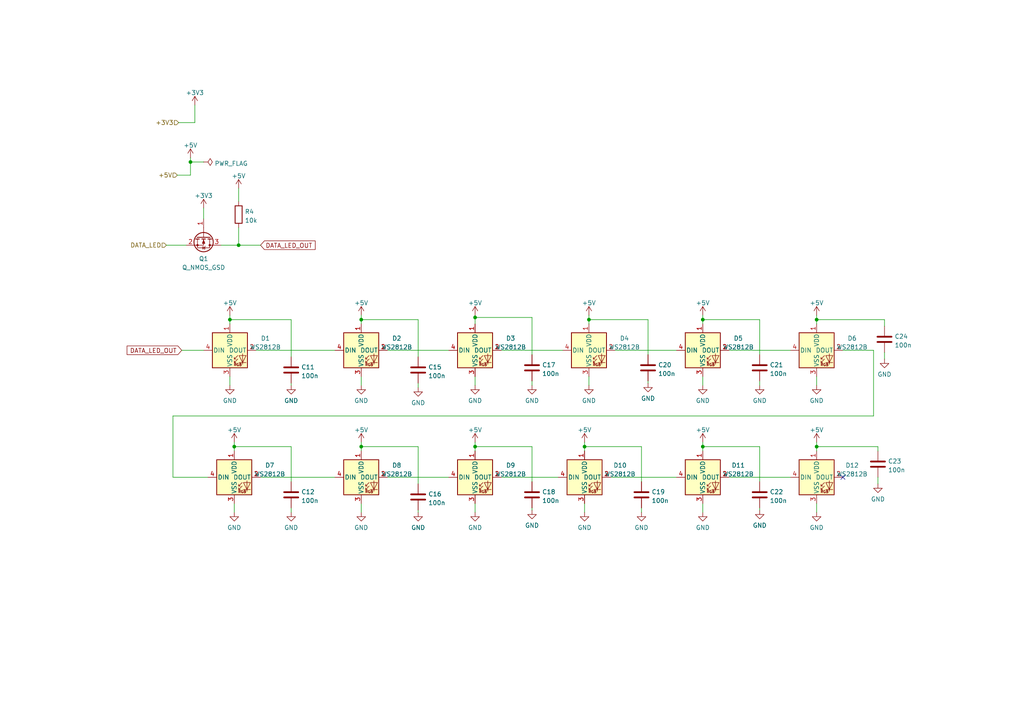
<source format=kicad_sch>
(kicad_sch (version 20211123) (generator eeschema)
  (paper "A4")
  (title_block (title "WS2812C") (rev "1"))
  (lib_symbols
    (symbol "Device:C" (pin_numbers hide) (pin_names (offset 0.254))
      (property "Reference" "C" (at 0.635 2.54 0))
      (property "Value" "C" (at 0.635 -2.54 0))
      (symbol "C_0_1"
        (polyline (pts (xy -2.032 -0.762) (xy 2.032 -0.762)) (stroke (width 0.508)))
        (polyline (pts (xy -2.032 0.762) (xy 2.032 0.762)) (stroke (width 0.508)))
      )
      (symbol "C_1_1"
        (pin passive line (at 0 3.81 270) (length 2.794) (name "~") (number "1"))
        (pin passive line (at 0 -3.81 90) (length 2.794) (name "~") (number "2"))
      )
    )
    (symbol "Device:Q_NMOS_GSD" (pin_names (offset 0) hide)
      (property "Reference" "Q" (at 5.08 1.27 0))
      (property "Value" "Q_NMOS_GSD" (at 5.08 -1.27 0))
      (symbol "Q_NMOS_GSD_0_1"
        (polyline (pts (xy 0.254 0) (xy -2.54 0)))
        (polyline (pts (xy 0.254 1.905) (xy 0.254 -1.905)) (stroke (width 0.254)))
        (polyline (pts (xy 0.762 -1.27) (xy 0.762 -2.286)) (stroke (width 0.254)))
        (polyline (pts (xy 0.762 0.508) (xy 0.762 -0.508)) (stroke (width 0.254)))
        (polyline (pts (xy 0.762 2.286) (xy 0.762 1.27)) (stroke (width 0.254)))
        (polyline (pts (xy 2.54 2.54) (xy 2.54 1.778)))
        (polyline (pts (xy 2.54 -2.54) (xy 2.54 0) (xy 0.762 0)))
        (polyline (pts (xy 0.762 -1.778) (xy 3.302 -1.778) (xy 3.302 1.778) (xy 0.762 1.778)))
        (polyline (pts (xy 1.016 0) (xy 2.032 0.381) (xy 2.032 -0.381) (xy 1.016 0)) (fill (type outline)))
        (polyline (pts (xy 2.794 0.508) (xy 2.921 0.381) (xy 3.683 0.381) (xy 3.81 0.254)))
        (polyline (pts (xy 3.302 0.381) (xy 2.921 -0.254) (xy 3.683 -0.254) (xy 3.302 0.381)))
        (circle (center 1.651 0) (radius 2.794) (stroke (width 0.254)))
        (circle (center 2.54 -1.778) (radius 0.254) (fill (type outline)))
        (circle (center 2.54 1.778) (radius 0.254) (fill (type outline)))
      )
      (symbol "Q_NMOS_GSD_1_1"
        (pin input line (at -5.08 0 0) (length 2.54) (name "G") (number "1"))
        (pin passive line (at 2.54 -5.08 90) (length 2.54) (name "S") (number "2"))
        (pin passive line (at 2.54 5.08 270) (length 2.54) (name "D") (number "3"))
      )
    )
    (symbol "Device:R" (pin_numbers hide) (pin_names (offset 0))
      (property "Reference" "R" (at 2.032 0 90))
      (property "Value" "R" (at 0 0 90))
      (symbol "R_0_1"
        (rectangle (start -1.016 -2.54) (end 1.016 2.54) (stroke (width 0.254)))
      )
      (symbol "R_1_1"
        (pin passive line (at 0 3.81 270) (length 1.27) (name "~") (number "1"))
        (pin passive line (at 0 -3.81 90) (length 1.27) (name "~") (number "2"))
      )
    )
    (symbol "LED:WS2812B" (pin_names (offset 0.254))
      (property "Reference" "D" (at 5.08 5.715 0))
      (property "Value" "WS2812B" (at 1.27 -5.715 0))
      (symbol "WS2812B_0_0"
        (text "RGB" (at 2.286 -4.191 0) (effects (font (size 0.762 0.762))))
      )
      (symbol "WS2812B_0_1"
        (polyline (pts (xy 1.27 -3.556) (xy 1.778 -3.556)))
        (polyline (pts (xy 1.27 -2.54) (xy 1.778 -2.54)))
        (polyline (pts (xy 4.699 -3.556) (xy 2.667 -3.556)))
        (polyline (pts (xy 2.286 -2.54) (xy 1.27 -3.556) (xy 1.27 -3.048)))
        (polyline (pts (xy 2.286 -1.524) (xy 1.27 -2.54) (xy 1.27 -2.032)))
        (polyline (pts (xy 3.683 -1.016) (xy 3.683 -3.556) (xy 3.683 -4.064)))
        (polyline (pts (xy 4.699 -1.524) (xy 2.667 -1.524) (xy 3.683 -3.556) (xy 4.699 -1.524)))
        (rectangle (start 5.08 5.08) (end -5.08 -5.08) (stroke (width 0.254)) (fill (type background)))
      )
      (symbol "WS2812B_1_1"
        (pin power_in line (at 0 7.62 270) (length 2.54) (name "VDD") (number "1"))
        (pin output line (at 7.62 0 180) (length 2.54) (name "DOUT") (number "2"))
        (pin power_in line (at 0 -7.62 90) (length 2.54) (name "VSS") (number "3"))
        (pin input line (at -7.62 0 0) (length 2.54) (name "DIN") (number "4"))
      )
    )
    (symbol "power:+3V3" (power) (pin_names (offset 0))
      (property "Value" "+3V3" (at 0 3.556 0))
      (symbol "+3V3_0_1"
        (polyline (pts (xy -0.762 1.27) (xy 0 2.54)))
        (polyline (pts (xy 0 0) (xy 0 2.54)))
        (polyline (pts (xy 0 2.54) (xy 0.762 1.27)))
      )
      (symbol "+3V3_1_1"
        (pin power_in line (at 0 0 90) (length 0) hide (name "+3V3") (number "1"))
      )
    )
    (symbol "power:+5V" (power) (pin_names (offset 0))
      (property "Value" "+5V" (at 0 3.556 0))
      (symbol "+5V_0_1"
        (polyline (pts (xy -0.762 1.27) (xy 0 2.54)))
        (polyline (pts (xy 0 0) (xy 0 2.54)))
        (polyline (pts (xy 0 2.54) (xy 0.762 1.27)))
      )
      (symbol "+5V_1_1"
        (pin power_in line (at 0 0 90) (length 0) hide (name "+5V") (number "1"))
      )
    )
    (symbol "power:GND" (power) (pin_names (offset 0))
      (property "Value" "GND" (at 0 -3.81 0))
      (symbol "GND_0_1"
        (polyline (pts (xy 0 0) (xy 0 -1.27) (xy 1.27 -1.27) (xy 0 -2.54) (xy -1.27 -1.27) (xy 0 -1.27)))
      )
      (symbol "GND_1_1"
        (pin power_in line (at 0 0 270) (length 0) hide (name "GND") (number "1"))
      )
    )
    (symbol "power:PWR_FLAG" (power) (pin_numbers hide) (pin_names (offset 0) hide)
      (property "Value" "PWR_FLAG" (at 0 3.81 0))
      (symbol "PWR_FLAG_0_0"
        (pin power_out line (at 0 0 90) (length 0) (name "pwr") (number "1"))
      )
      (symbol "PWR_FLAG_0_1"
        (polyline (pts (xy 0 0) (xy 0 1.27) (xy -1.016 1.905) (xy 0 2.54) (xy 1.016 1.905) (xy 0 1.27)))
      )
    )
  )
  (junction (at 104.775 92.71))
  (junction (at 104.775 129.54))
  (junction (at 236.855 92.71))
  (junction (at 137.795 129.54))
  (junction (at 203.835 92.71))
  (junction (at 66.675 92.71))
  (junction (at 236.855 129.54))
  (junction (at 137.795 92.075))
  (junction (at 203.835 129.54))
  (junction (at 67.945 129.54))
  (junction (at 170.815 92.71))
  (junction (at 69.215 71.12))
  (junction (at 55.245 46.99))
  (junction (at 169.545 129.54))
  (no_connect (at 244.475 138.43))
  (wire (pts (xy 170.815 109.22) (xy 170.815 111.76)))
  (wire (pts (xy 154.305 147.32) (xy 154.305 147.955)))
  (wire (pts (xy 104.775 128.27) (xy 104.775 129.54)))
  (wire (pts (xy 178.435 101.6) (xy 196.215 101.6)))
  (wire (pts (xy 55.245 45.72) (xy 55.245 46.99)))
  (wire (pts (xy 256.54 102.235) (xy 256.54 104.14)))
  (wire (pts (xy 254.635 129.54) (xy 236.855 129.54)))
  (wire (pts (xy 154.305 92.075) (xy 137.795 92.075)))
  (wire (pts (xy 84.455 139.7) (xy 84.455 129.54)))
  (wire (pts (xy 50.165 138.43) (xy 60.325 138.43)))
  (wire (pts (xy 121.285 111.125) (xy 121.285 112.395)))
  (wire (pts (xy 236.855 92.71) (xy 236.855 93.98)))
  (wire (pts (xy 84.455 111.125) (xy 84.455 111.76)))
  (wire (pts (xy 104.775 109.22) (xy 104.775 111.76)))
  (wire (pts (xy 137.795 129.54) (xy 137.795 130.81)))
  (wire (pts (xy 220.345 110.49) (xy 220.345 111.76)))
  (wire (pts (xy 186.055 139.7) (xy 186.055 129.54)))
  (wire (pts (xy 203.835 128.27) (xy 203.835 129.54)))
  (wire (pts (xy 67.945 146.05) (xy 67.945 148.59)))
  (wire (pts (xy 256.54 92.71) (xy 236.855 92.71)))
  (wire (pts (xy 154.305 129.54) (xy 137.795 129.54)))
  (wire (pts (xy 220.345 147.32) (xy 220.345 147.955)))
  (wire (pts (xy 66.675 91.44) (xy 66.675 92.71)))
  (wire (pts (xy 253.365 101.6) (xy 253.365 120.65)))
  (wire (pts (xy 220.345 102.87) (xy 220.345 92.71)))
  (wire (pts (xy 55.245 46.99) (xy 55.245 50.8)))
  (wire (pts (xy 121.285 92.71) (xy 104.775 92.71)))
  (wire (pts (xy 169.545 128.27) (xy 169.545 129.54)))
  (wire (pts (xy 55.245 50.8) (xy 51.435 50.8)))
  (wire (pts (xy 211.455 138.43) (xy 229.235 138.43)))
  (wire (pts (xy 55.245 46.99) (xy 59.055 46.99)))
  (wire (pts (xy 236.855 146.05) (xy 236.855 148.59)))
  (wire (pts (xy 170.815 91.44) (xy 170.815 92.71)))
  (wire (pts (xy 104.775 92.71) (xy 104.775 93.98)))
  (wire (pts (xy 170.815 92.71) (xy 170.815 93.98)))
  (wire (pts (xy 84.455 103.505) (xy 84.455 92.71)))
  (wire (pts (xy 145.415 138.43) (xy 161.925 138.43)))
  (wire (pts (xy 66.675 92.71) (xy 66.675 93.98)))
  (wire (pts (xy 169.545 129.54) (xy 169.545 130.81)))
  (wire (pts (xy 112.395 138.43) (xy 130.175 138.43)))
  (wire (pts (xy 104.775 146.05) (xy 104.775 148.59)))
  (wire (pts (xy 137.795 91.44) (xy 137.795 92.075)))
  (wire (pts (xy 154.305 139.7) (xy 154.305 129.54)))
  (wire (pts (xy 254.635 138.43) (xy 254.635 140.335)))
  (wire (pts (xy 137.795 128.27) (xy 137.795 129.54)))
  (wire (pts (xy 52.705 101.6) (xy 59.055 101.6)))
  (wire (pts (xy 50.165 120.65) (xy 50.165 138.43)))
  (wire (pts (xy 236.855 129.54) (xy 236.855 130.81)))
  (wire (pts (xy 137.795 109.22) (xy 137.795 111.76)))
  (wire (pts (xy 84.455 147.32) (xy 84.455 148.59)))
  (wire (pts (xy 154.305 102.87) (xy 154.305 92.075)))
  (wire (pts (xy 67.945 129.54) (xy 67.945 130.81)))
  (wire (pts (xy 59.055 60.325) (xy 59.055 63.5)))
  (wire (pts (xy 220.345 92.71) (xy 203.835 92.71)))
  (wire (pts (xy 187.96 102.87) (xy 187.96 92.71)))
  (wire (pts (xy 69.215 71.12) (xy 75.565 71.12)))
  (wire (pts (xy 256.54 94.615) (xy 256.54 92.71)))
  (wire (pts (xy 67.945 128.27) (xy 67.945 129.54)))
  (wire (pts (xy 203.835 146.05) (xy 203.835 148.59)))
  (wire (pts (xy 236.855 91.44) (xy 236.855 92.71)))
  (wire (pts (xy 203.835 129.54) (xy 203.835 130.81)))
  (wire (pts (xy 145.415 101.6) (xy 163.195 101.6)))
  (wire (pts (xy 137.795 92.075) (xy 137.795 93.98)))
  (wire (pts (xy 121.285 147.955) (xy 121.285 148.59)))
  (wire (pts (xy 48.26 71.12) (xy 53.975 71.12)))
  (wire (pts (xy 203.835 92.71) (xy 203.835 93.98)))
  (wire (pts (xy 51.816 35.56) (xy 56.515 35.56)))
  (wire (pts (xy 137.795 146.05) (xy 137.795 148.59)))
  (wire (pts (xy 244.475 101.6) (xy 253.365 101.6)))
  (wire (pts (xy 154.305 110.49) (xy 154.305 111.76)))
  (wire (pts (xy 187.96 92.71) (xy 170.815 92.71)))
  (wire (pts (xy 69.215 54.61) (xy 69.215 58.42)))
  (wire (pts (xy 121.285 103.505) (xy 121.285 92.71)))
  (wire (pts (xy 112.395 101.6) (xy 130.175 101.6)))
  (wire (pts (xy 211.455 101.6) (xy 229.235 101.6)))
  (wire (pts (xy 169.545 146.05) (xy 169.545 148.59)))
  (wire (pts (xy 66.675 109.22) (xy 66.675 111.76)))
  (wire (pts (xy 186.055 129.54) (xy 169.545 129.54)))
  (wire (pts (xy 236.855 109.22) (xy 236.855 111.76)))
  (wire (pts (xy 186.055 147.32) (xy 186.055 148.59)))
  (wire (pts (xy 74.295 101.6) (xy 97.155 101.6)))
  (wire (pts (xy 187.96 110.49) (xy 187.96 111.125)))
  (wire (pts (xy 84.455 92.71) (xy 66.675 92.71)))
  (wire (pts (xy 254.635 130.81) (xy 254.635 129.54)))
  (wire (pts (xy 69.215 66.04) (xy 69.215 71.12)))
  (wire (pts (xy 84.455 129.54) (xy 67.945 129.54)))
  (wire (pts (xy 177.165 138.43) (xy 196.215 138.43)))
  (wire (pts (xy 203.835 109.22) (xy 203.835 111.76)))
  (wire (pts (xy 236.855 128.27) (xy 236.855 129.54)))
  (wire (pts (xy 64.135 71.12) (xy 69.215 71.12)))
  (wire (pts (xy 104.775 91.44) (xy 104.775 92.71)))
  (wire (pts (xy 121.285 140.335) (xy 121.285 129.54)))
  (wire (pts (xy 75.565 138.43) (xy 97.155 138.43)))
  (wire (pts (xy 253.365 120.65) (xy 50.165 120.65)))
  (wire (pts (xy 121.285 129.54) (xy 104.775 129.54)))
  (wire (pts (xy 203.835 91.44) (xy 203.835 92.71)))
  (wire (pts (xy 220.345 139.7) (xy 220.345 129.54)))
  (wire (pts (xy 104.775 129.54) (xy 104.775 130.81)))
  (wire (pts (xy 56.515 30.48) (xy 56.515 35.56)))
  (wire (pts (xy 220.345 129.54) (xy 203.835 129.54)))
  (global_label "DATA_LED_OUT" (shape input) (at 52.705 101.6 180) (property "Intersheet References" "${INTERSHEET_REFS}" (effects hide)))
  (global_label "DATA_LED_OUT" (shape input) (at 75.565 71.12 0) (property "Intersheet References" "${INTERSHEET_REFS}" (effects hide)))
  (hierarchical_label "DATA_LED" (shape input) (at 48.26 71.12 180))
  (hierarchical_label "+5V" (shape input) (at 51.435 50.8 180))
  (hierarchical_label "+3V3" (shape input) (at 51.816 35.56 180))
  (symbol (lib_id "power:GND") (at 186.055 148.59 0) (unit 1)
    (property "Reference" "#PWR0164" (effects hide))
    (property "Value" "GND" (at 186.055 153.0334 0))
  )
  (symbol (lib_id "Device:C") (at 84.455 107.315 0) (unit 1)
    (property "Reference" "C11" (at 87.376 106.4803 0) (effects (justify left)))
    (property "Value" "100n" (at 87.376 109.0172 0) (effects (justify left)))
    (property "Footprint" "Capacitor_SMD:C_0603_1608Metric" (effects hide))
    (property "LCSC" "C14663" (effects hide))
  )
  (symbol (lib_id "power:GND") (at 169.545 148.59 0) (unit 1)
    (property "Reference" "#PWR0114" (effects hide))
    (property "Value" "GND" (at 169.545 153.0334 0))
  )
  (symbol (lib_id "Device:C") (at 256.54 98.425 0) (unit 1)
    (property "Reference" "C24" (at 259.461 97.5903 0) (effects (justify left)))
    (property "Value" "100n" (at 259.461 100.1272 0) (effects (justify left)))
    (property "Footprint" "Capacitor_SMD:C_0603_1608Metric" (effects hide))
    (property "LCSC" "C14663" (effects hide))
  )
  (symbol (lib_id "Device:C") (at 220.345 143.51 0) (unit 1)
    (property "Reference" "C22" (at 223.266 142.6753 0) (effects (justify left)))
    (property "Value" "100n" (at 223.266 145.2122 0) (effects (justify left)))
    (property "Footprint" "Capacitor_SMD:C_0603_1608Metric" (effects hide))
    (property "LCSC" "C14663" (effects hide))
  )
  (symbol (lib_id "power:GND") (at 220.345 147.955 0) (unit 1)
    (property "Reference" "#PWR0168" (effects hide))
    (property "Value" "GND" (at 220.345 152.3984 0))
  )
  (symbol (lib_id "power:GND") (at 121.285 148.59 0) (unit 1)
    (property "Reference" "#PWR0166" (effects hide))
    (property "Value" "GND" (at 121.285 153.0334 0))
  )
  (symbol (lib_id "power:GND") (at 203.835 148.59 0) (unit 1)
    (property "Reference" "#PWR0111" (effects hide))
    (property "Value" "GND" (at 203.835 153.0334 0))
  )
  (symbol (lib_id "Device:C") (at 187.96 106.68 0) (unit 1)
    (property "Reference" "C20" (at 190.881 105.8453 0) (effects (justify left)))
    (property "Value" "100n" (at 190.881 108.3822 0) (effects (justify left)))
    (property "Footprint" "Capacitor_SMD:C_0603_1608Metric" (effects hide))
    (property "LCSC" "C14663" (effects hide))
  )
  (symbol (lib_id "power:GND") (at 84.455 111.76 0) (unit 1)
    (property "Reference" "#PWR0170" (effects hide))
    (property "Value" "GND" (at 84.455 116.2034 0))
  )
  (symbol (lib_id "Device:C") (at 186.055 143.51 0) (unit 1)
    (property "Reference" "C19" (at 188.976 142.6753 0) (effects (justify left)))
    (property "Value" "100n" (at 188.976 145.2122 0) (effects (justify left)))
    (property "Footprint" "Capacitor_SMD:C_0603_1608Metric" (effects hide))
    (property "LCSC" "C14663" (effects hide))
  )
  (symbol (lib_id "power:+5V") (at 137.795 128.27 0) (unit 1)
    (property "Reference" "#PWR0117" (effects hide))
    (property "Value" "+5V" (at 137.795 124.6942 0))
  )
  (symbol (lib_id "Device:Q_NMOS_GSD") (at 59.055 68.58 270) (unit 1)
    (property "Reference" "Q1" (at 59.055 75.0554 90))
    (property "Value" "Q_NMOS_GSD" (at 59.055 77.5923 90))
    (property "Footprint" "Package_TO_SOT_SMD:SOT-23" (effects hide))
    (property "LCSC" "C8545" (effects hide))
  )
  (symbol (lib_id "power:GND") (at 170.815 111.76 0) (unit 1)
    (property "Reference" "#PWR0113" (effects hide))
    (property "Value" "GND" (at 170.815 116.2034 0))
  )
  (symbol (lib_id "power:PWR_FLAG") (at 59.055 46.99 270) (unit 1)
    (property "Reference" "#FLG0105" (effects hide))
    (property "Value" "PWR_FLAG" (at 62.23 47.4238 90) (effects (justify left)))
  )
  (symbol (lib_id "power:GND") (at 104.775 111.76 0) (unit 1)
    (property "Reference" "#PWR0118" (effects hide))
    (property "Value" "GND" (at 104.775 116.2034 0))
  )
  (symbol (lib_id "power:+3V3") (at 59.055 60.325 0) (unit 1)
    (property "Reference" "#PWR0179" (effects hide))
    (property "Value" "+3V3" (at 59.055 56.7492 0))
  )
  (symbol (lib_id "power:+3V3") (at 56.515 30.48 0) (unit 1)
    (property "Reference" "#PWR0181" (effects hide))
    (property "Value" "+3V3" (at 56.515 26.9042 0))
  )
  (symbol (lib_id "power:GND") (at 187.96 111.125 0) (unit 1)
    (property "Reference" "#PWR0169" (effects hide))
    (property "Value" "GND" (at 187.96 115.5684 0))
  )
  (symbol (lib_id "power:+5V") (at 236.855 128.27 0) (unit 1)
    (property "Reference" "#PWR0110" (effects hide))
    (property "Value" "+5V" (at 236.855 124.6942 0))
  )
  (symbol (lib_id "LED:WS2812B") (at 66.675 101.6 0) (unit 1)
    (property "Reference" "D1" (at 76.9809 98.1416 0))
    (property "Value" "WS2812B" (at 76.9809 100.6785 0))
    (property "Footprint" "LED_SMD:LED_WS2812B_PLCC4_5.0x5.0mm_P3.2mm" (effects hide))
    (property "Datasheet" "https://datasheet.lcsc.com/lcsc/1810231210_Worldsemi-WS2812C_C114587.pdf" (effects hide))
    (property "LCSC" "C2761796" (effects hide))
  )
  (symbol (lib_id "power:+5V") (at 169.545 128.27 0) (unit 1)
    (property "Reference" "#PWR0112" (effects hide))
    (property "Value" "+5V" (at 169.545 124.6942 0))
  )
  (symbol (lib_id "LED:WS2812B") (at 203.835 138.43 0) (unit 1)
    (property "Reference" "D11" (at 214.1409 134.9716 0))
    (property "Value" "WS2812B" (at 214.1409 137.5085 0))
    (property "Footprint" "LED_SMD:LED_WS2812B_PLCC4_5.0x5.0mm_P3.2mm" (effects hide))
    (property "Datasheet" "https://datasheet.lcsc.com/lcsc/1810231210_Worldsemi-WS2812C_C114587.pdf" (effects hide))
    (property "LCSC" "C2761796" (effects hide))
  )
  (symbol (lib_id "power:GND") (at 154.305 111.76 0) (unit 1)
    (property "Reference" "#PWR0174" (effects hide))
    (property "Value" "GND" (at 154.305 116.2034 0))
  )
  (symbol (lib_id "power:+5V") (at 104.775 128.27 0) (unit 1)
    (property "Reference" "#PWR0126" (effects hide))
    (property "Value" "+5V" (at 104.775 124.6942 0))
  )
  (symbol (lib_id "LED:WS2812B") (at 170.815 101.6 0) (unit 1)
    (property "Reference" "D4" (at 181.1209 98.1416 0))
    (property "Value" "WS2812B" (at 181.1209 100.6785 0))
    (property "Footprint" "LED_SMD:LED_WS2812B_PLCC4_5.0x5.0mm_P3.2mm" (effects hide))
    (property "Datasheet" "https://datasheet.lcsc.com/lcsc/1810231210_Worldsemi-WS2812C_C114587.pdf" (effects hide))
    (property "LCSC" "C2761796" (effects hide))
  )
  (symbol (lib_id "LED:WS2812B") (at 169.545 138.43 0) (unit 1)
    (property "Reference" "D10" (at 179.8509 134.9716 0))
    (property "Value" "WS2812B" (at 179.8509 137.5085 0))
    (property "Footprint" "LED_SMD:LED_WS2812B_PLCC4_5.0x5.0mm_P3.2mm" (effects hide))
    (property "Datasheet" "https://datasheet.lcsc.com/lcsc/1810231210_Worldsemi-WS2812C_C114587.pdf" (effects hide))
    (property "LCSC" "C2761796" (effects hide))
  )
  (symbol (lib_id "Device:C") (at 154.305 106.68 0) (unit 1)
    (property "Reference" "C17" (at 157.226 105.8453 0) (effects (justify left)))
    (property "Value" "100n" (at 157.226 108.3822 0) (effects (justify left)))
    (property "Footprint" "Capacitor_SMD:C_0603_1608Metric" (effects hide))
    (property "LCSC" "C14663" (effects hide))
  )
  (symbol (lib_id "LED:WS2812B") (at 203.835 101.6 0) (unit 1)
    (property "Reference" "D5" (at 214.1409 98.1416 0))
    (property "Value" "WS2812B" (at 214.1409 100.6785 0))
    (property "Footprint" "LED_SMD:LED_WS2812B_PLCC4_5.0x5.0mm_P3.2mm" (effects hide))
    (property "Datasheet" "https://datasheet.lcsc.com/lcsc/1810231210_Worldsemi-WS2812C_C114587.pdf" (effects hide))
    (property "LCSC" "C2761796" (effects hide))
  )
  (symbol (lib_id "LED:WS2812B") (at 137.795 101.6 0) (unit 1)
    (property "Reference" "D3" (at 148.1009 98.1416 0))
    (property "Value" "WS2812B" (at 148.1009 100.6785 0))
    (property "Footprint" "LED_SMD:LED_WS2812B_PLCC4_5.0x5.0mm_P3.2mm" (effects hide))
    (property "Datasheet" "https://datasheet.lcsc.com/lcsc/1810231210_Worldsemi-WS2812C_C114587.pdf" (effects hide))
    (property "LCSC" "C2761796" (effects hide))
  )
  (symbol (lib_id "power:GND") (at 121.285 112.395 0) (unit 1)
    (property "Reference" "#PWR0162" (effects hide))
    (property "Value" "GND" (at 121.285 116.8384 0))
  )
  (symbol (lib_id "Device:C") (at 121.285 144.145 0) (unit 1)
    (property "Reference" "C16" (at 124.206 143.3103 0) (effects (justify left)))
    (property "Value" "100n" (at 124.206 145.8472 0) (effects (justify left)))
    (property "Footprint" "Capacitor_SMD:C_0603_1608Metric" (effects hide))
    (property "LCSC" "C14663" (effects hide))
  )
  (symbol (lib_id "LED:WS2812B") (at 104.775 138.43 0) (unit 1)
    (property "Reference" "D8" (at 115.0809 134.9716 0))
    (property "Value" "WS2812B" (at 115.0809 137.5085 0))
    (property "Footprint" "LED_SMD:LED_WS2812B_PLCC4_5.0x5.0mm_P3.2mm" (effects hide))
    (property "Datasheet" "https://datasheet.lcsc.com/lcsc/1810231210_Worldsemi-WS2812C_C114587.pdf" (effects hide))
    (property "LCSC" "C2761796" (effects hide))
  )
  (symbol (lib_id "power:+5V") (at 137.795 91.44 0) (unit 1)
    (property "Reference" "#PWR0115" (effects hide))
    (property "Value" "+5V" (at 137.795 87.8642 0))
  )
  (symbol (lib_id "power:GND") (at 203.835 111.76 0) (unit 1)
    (property "Reference" "#PWR0105" (effects hide))
    (property "Value" "GND" (at 203.835 116.2034 0))
  )
  (symbol (lib_id "power:GND") (at 256.54 104.14 0) (unit 1)
    (property "Reference" "#PWR0173" (effects hide))
    (property "Value" "GND" (at 256.54 108.5834 0))
  )
  (symbol (lib_id "power:GND") (at 137.795 111.76 0) (unit 1)
    (property "Reference" "#PWR0116" (effects hide))
    (property "Value" "GND" (at 137.795 116.2034 0))
  )
  (symbol (lib_id "power:GND") (at 66.675 111.76 0) (unit 1)
    (property "Reference" "#PWR0122" (effects hide))
    (property "Value" "GND" (at 66.675 116.2034 0))
  )
  (symbol (lib_id "power:GND") (at 220.345 111.76 0) (unit 1)
    (property "Reference" "#PWR0171" (effects hide))
    (property "Value" "GND" (at 220.345 116.2034 0))
  )
  (symbol (lib_id "Device:C") (at 154.305 143.51 0) (unit 1)
    (property "Reference" "C18" (at 157.226 142.6753 0) (effects (justify left)))
    (property "Value" "100n" (at 157.226 145.2122 0) (effects (justify left)))
    (property "Footprint" "Capacitor_SMD:C_0603_1608Metric" (effects hide))
    (property "LCSC" "C14663" (effects hide))
  )
  (symbol (lib_id "Device:C") (at 84.455 143.51 0) (unit 1)
    (property "Reference" "C12" (at 87.376 142.6753 0) (effects (justify left)))
    (property "Value" "100n" (at 87.376 145.2122 0) (effects (justify left)))
    (property "Footprint" "Capacitor_SMD:C_0603_1608Metric" (effects hide))
    (property "LCSC" "C14663" (effects hide))
  )
  (symbol (lib_id "Device:C") (at 121.285 107.315 0) (unit 1)
    (property "Reference" "C15" (at 124.206 106.4803 0) (effects (justify left)))
    (property "Value" "100n" (at 124.206 109.0172 0) (effects (justify left)))
    (property "Footprint" "Capacitor_SMD:C_0603_1608Metric" (effects hide))
    (property "LCSC" "C14663" (effects hide))
  )
  (symbol (lib_id "power:GND") (at 154.305 147.955 0) (unit 1)
    (property "Reference" "#PWR0167" (effects hide))
    (property "Value" "GND" (at 154.305 152.3984 0))
  )
  (symbol (lib_id "power:+5V") (at 203.835 91.44 0) (unit 1)
    (property "Reference" "#PWR0108" (effects hide))
    (property "Value" "+5V" (at 203.835 87.8642 0))
  )
  (symbol (lib_id "power:+5V") (at 69.215 54.61 0) (unit 1)
    (property "Reference" "#PWR0180" (effects hide))
    (property "Value" "+5V" (at 69.215 51.0342 0))
  )
  (symbol (lib_id "power:+5V") (at 170.815 91.44 0) (unit 1)
    (property "Reference" "#PWR0107" (effects hide))
    (property "Value" "+5V" (at 170.815 87.8642 0))
  )
  (symbol (lib_id "power:+5V") (at 236.855 91.44 0) (unit 1)
    (property "Reference" "#PWR0104" (effects hide))
    (property "Value" "+5V" (at 236.855 87.8642 0))
  )
  (symbol (lib_id "power:GND") (at 236.855 111.76 0) (unit 1)
    (property "Reference" "#PWR0103" (effects hide))
    (property "Value" "GND" (at 236.855 116.2034 0))
  )
  (symbol (lib_id "power:+5V") (at 67.945 128.27 0) (unit 1)
    (property "Reference" "#PWR0124" (effects hide))
    (property "Value" "+5V" (at 67.945 124.6942 0))
  )
  (symbol (lib_id "power:GND") (at 67.945 148.59 0) (unit 1)
    (property "Reference" "#PWR0121" (effects hide))
    (property "Value" "GND" (at 67.945 153.0334 0))
  )
  (symbol (lib_id "power:+5V") (at 55.245 45.72 0) (unit 1)
    (property "Reference" "#PWR0163" (effects hide))
    (property "Value" "+5V" (at 55.245 42.1442 0))
  )
  (symbol (lib_id "Device:R") (at 69.215 62.23 0) (unit 1)
    (property "Reference" "R4" (at 70.993 61.3953 0) (effects (justify left)))
    (property "Value" "10k" (at 70.993 63.9322 0) (effects (justify left)))
    (property "Footprint" "Resistor_SMD:R_0603_1608Metric" (effects hide))
    (property "LCSC" "C25804" (effects hide))
  )
  (symbol (lib_id "LED:WS2812B") (at 236.855 138.43 0) (unit 1)
    (property "Reference" "D12" (at 247.1609 134.9716 0))
    (property "Value" "WS2812B" (at 247.1609 137.5085 0))
    (property "Footprint" "LED_SMD:LED_WS2812B_PLCC4_5.0x5.0mm_P3.2mm" (effects hide))
    (property "Datasheet" "https://datasheet.lcsc.com/lcsc/1810231210_Worldsemi-WS2812C_C114587.pdf" (effects hide))
    (property "LCSC" "C2761796" (effects hide))
  )
  (symbol (lib_id "LED:WS2812B") (at 236.855 101.6 0) (unit 1)
    (property "Reference" "D6" (at 247.1609 98.1416 0))
    (property "Value" "WS2812B" (at 247.1609 100.6785 0))
    (property "Footprint" "LED_SMD:LED_WS2812B_PLCC4_5.0x5.0mm_P3.2mm" (effects hide))
    (property "Datasheet" "https://datasheet.lcsc.com/lcsc/1810231210_Worldsemi-WS2812C_C114587.pdf" (effects hide))
    (property "LCSC" "C2761796" (effects hide))
  )
  (symbol (lib_id "power:+5V") (at 66.675 91.44 0) (unit 1)
    (property "Reference" "#PWR0123" (effects hide))
    (property "Value" "+5V" (at 66.675 87.8642 0))
  )
  (symbol (lib_id "power:+5V") (at 203.835 128.27 0) (unit 1)
    (property "Reference" "#PWR0106" (effects hide))
    (property "Value" "+5V" (at 203.835 124.6942 0))
  )
  (symbol (lib_id "Device:C") (at 254.635 134.62 0) (unit 1)
    (property "Reference" "C23" (at 257.556 133.7853 0) (effects (justify left)))
    (property "Value" "100n" (at 257.556 136.3222 0) (effects (justify left)))
    (property "Footprint" "Capacitor_SMD:C_0603_1608Metric" (effects hide))
    (property "LCSC" "C14663" (effects hide))
  )
  (symbol (lib_id "power:GND") (at 137.795 148.59 0) (unit 1)
    (property "Reference" "#PWR0120" (effects hide))
    (property "Value" "GND" (at 137.795 153.0334 0))
  )
  (symbol (lib_id "power:GND") (at 84.455 148.59 0) (unit 1)
    (property "Reference" "#PWR0165" (effects hide))
    (property "Value" "GND" (at 84.455 153.0334 0))
  )
  (symbol (lib_id "LED:WS2812B") (at 137.795 138.43 0) (unit 1)
    (property "Reference" "D9" (at 148.1009 134.9716 0))
    (property "Value" "WS2812B" (at 148.1009 137.5085 0))
    (property "Footprint" "LED_SMD:LED_WS2812B_PLCC4_5.0x5.0mm_P3.2mm" (effects hide))
    (property "Datasheet" "https://datasheet.lcsc.com/lcsc/1810231210_Worldsemi-WS2812C_C114587.pdf" (effects hide))
    (property "LCSC" "C2761796" (effects hide))
  )
  (symbol (lib_id "Device:C") (at 220.345 106.68 0) (unit 1)
    (property "Reference" "C21" (at 223.266 105.8453 0) (effects (justify left)))
    (property "Value" "100n" (at 223.266 108.3822 0) (effects (justify left)))
    (property "Footprint" "Capacitor_SMD:C_0603_1608Metric" (effects hide))
    (property "LCSC" "C14663" (effects hide))
  )
  (symbol (lib_id "LED:WS2812B") (at 104.775 101.6 0) (unit 1)
    (property "Reference" "D2" (at 115.0809 98.1416 0))
    (property "Value" "WS2812B" (at 115.0809 100.6785 0))
    (property "Footprint" "LED_SMD:LED_WS2812B_PLCC4_5.0x5.0mm_P3.2mm" (effects hide))
    (property "Datasheet" "https://datasheet.lcsc.com/lcsc/1810231210_Worldsemi-WS2812C_C114587.pdf" (effects hide))
    (property "LCSC" "C2761796" (effects hide))
  )
  (symbol (lib_id "power:GND") (at 236.855 148.59 0) (unit 1)
    (property "Reference" "#PWR0109" (effects hide))
    (property "Value" "GND" (at 236.855 153.0334 0))
  )
  (symbol (lib_id "power:+5V") (at 104.775 91.44 0) (unit 1)
    (property "Reference" "#PWR0125" (effects hide))
    (property "Value" "+5V" (at 104.775 87.8642 0))
  )
  (symbol (lib_id "power:GND") (at 254.635 140.335 0) (unit 1)
    (property "Reference" "#PWR0172" (effects hide))
    (property "Value" "GND" (at 254.635 144.7784 0))
  )
  (symbol (lib_id "LED:WS2812B") (at 67.945 138.43 0) (unit 1)
    (property "Reference" "D7" (at 78.2509 134.9716 0))
    (property "Value" "WS2812B" (at 78.2509 137.5085 0))
    (property "Footprint" "LED_SMD:LED_WS2812B_PLCC4_5.0x5.0mm_P3.2mm" (effects hide))
    (property "Datasheet" "https://datasheet.lcsc.com/lcsc/1810231210_Worldsemi-WS2812C_C114587.pdf" (effects hide))
    (property "LCSC" "C2761796" (effects hide))
  )
  (symbol (lib_id "power:GND") (at 104.775 148.59 0) (unit 1)
    (property "Reference" "#PWR0119" (effects hide))
    (property "Value" "GND" (at 104.775 153.0334 0))
  )
)
</source>
